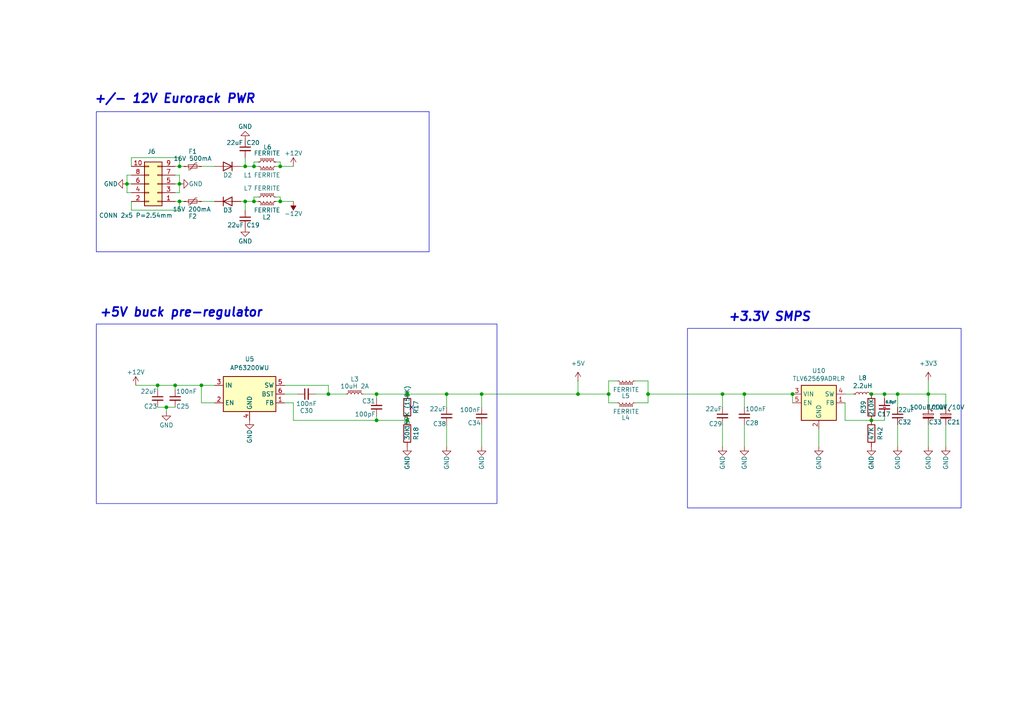
<source format=kicad_sch>
(kicad_sch (version 20250114) (generator "eeschema") (generator_version "9.0")
  (paper "A4")
  (lib_symbols
    (symbol "Connector_Generic:Conn_02x05_Odd_Even" (pin_names (offset 1.016) (hide yes))
      (property "Reference" "J" (at 1.27 7.62 0))
      (property "Value" "Conn_02x05_Odd_Even" (at 1.27 -7.62 0))
      (symbol "Conn_02x05_Odd_Even_1_1"
        (rectangle (start -1.27 6.35) (end 3.81 -6.35) (stroke (width 0.254)) (fill (type background)))
        (rectangle (start -1.27 5.207) (end 0 4.953) (stroke (width 0.1524)))
        (rectangle (start -1.27 2.667) (end 0 2.413) (stroke (width 0.1524)))
        (rectangle (start -1.27 0.127) (end 0 -0.127) (stroke (width 0.1524)))
        (rectangle (start -1.27 -2.413) (end 0 -2.667) (stroke (width 0.1524)))
        (rectangle (start -1.27 -4.953) (end 0 -5.207) (stroke (width 0.1524)))
        (rectangle (start 3.81 5.207) (end 2.54 4.953) (stroke (width 0.1524)))
        (rectangle (start 3.81 2.667) (end 2.54 2.413) (stroke (width 0.1524)))
        (rectangle (start 3.81 0.127) (end 2.54 -0.127) (stroke (width 0.1524)))
        (rectangle (start 3.81 -2.413) (end 2.54 -2.667) (stroke (width 0.1524)))
        (rectangle (start 3.81 -4.953) (end 2.54 -5.207) (stroke (width 0.1524)))
        (pin passive line (at -5.08 5.08 0) (length 3.81) (name "Pin_1") (number "1"))
        (pin passive line (at -5.08 2.54 0) (length 3.81) (name "Pin_3") (number "3"))
        (pin passive line (at -5.08 0 0) (length 3.81) (name "Pin_5") (number "5"))
        (pin passive line (at -5.08 -2.54 0) (length 3.81) (name "Pin_7") (number "7"))
        (pin passive line (at -5.08 -5.08 0) (length 3.81) (name "Pin_9") (number "9"))
        (pin passive line (at 7.62 5.08 180) (length 3.81) (name "Pin_2") (number "2"))
        (pin passive line (at 7.62 2.54 180) (length 3.81) (name "Pin_4") (number "4"))
        (pin passive line (at 7.62 0 180) (length 3.81) (name "Pin_6") (number "6"))
        (pin passive line (at 7.62 -2.54 180) (length 3.81) (name "Pin_8") (number "8"))
        (pin passive line (at 7.62 -5.08 180) (length 3.81) (name "Pin_10") (number "10"))
      )
    )
    (symbol "Device:C_Polarized_Small" (pin_numbers (hide yes)) (pin_names (offset 0.254) (hide yes))
      (property "Reference" "C" (at 0.254 1.778 0))
      (property "Value" "C_Polarized_Small" (at 0.254 -2.032 0))
      (symbol "C_Polarized_Small_0_1"
        (rectangle (start -1.524 0.6858) (end 1.524 0.3048))
        (rectangle (start -1.524 -0.3048) (end 1.524 -0.6858) (fill (type outline)))
        (polyline (pts (xy -1.27 1.524) (xy -0.762 1.524)))
        (polyline (pts (xy -1.016 1.27) (xy -1.016 1.778)))
      )
      (symbol "C_Polarized_Small_1_1"
        (pin passive line (at 0 2.54 270) (length 1.8542) (name "~") (number "1"))
        (pin passive line (at 0 -2.54 90) (length 1.8542) (name "~") (number "2"))
      )
    )
    (symbol "Device:C_Small" (pin_numbers (hide yes)) (pin_names (offset 0.254) (hide yes))
      (property "Reference" "C" (at 0.254 1.778 0))
      (property "Value" "C_Small" (at 0.254 -2.032 0))
      (symbol "C_Small_0_1"
        (polyline (pts (xy -1.524 0.508) (xy 1.524 0.508)) (stroke (width 0.3048)))
        (polyline (pts (xy -1.524 -0.508) (xy 1.524 -0.508)) (stroke (width 0.3302)))
      )
      (symbol "C_Small_1_1"
        (pin passive line (at 0 2.54 270) (length 2.032) (name "~") (number "1"))
        (pin passive line (at 0 -2.54 90) (length 2.032) (name "~") (number "2"))
      )
    )
    (symbol "Device:L_Ferrite_Small" (pin_numbers (hide yes)) (pin_names (offset 0.254) (hide yes))
      (property "Reference" "L" (at 1.27 1.016 0))
      (property "Value" "L_Ferrite_Small" (at 1.27 -1.27 0))
      (symbol "L_Ferrite_Small_0_1"
        (arc (start 0 2.032) (mid 0.5058 1.524) (end 0 1.016))
        (arc (start 0 1.016) (mid 0.5058 0.508) (end 0 0))
        (arc (start 0 0) (mid 0.5058 -0.508) (end 0 -1.016))
        (arc (start 0 -1.016) (mid 0.5058 -1.524) (end 0 -2.032))
        (polyline (pts (xy 0.762 1.651) (xy 0.762 1.905)))
        (polyline (pts (xy 0.762 1.143) (xy 0.762 1.397)))
        (polyline (pts (xy 0.762 0.635) (xy 0.762 0.889)))
        (polyline (pts (xy 0.762 0.127) (xy 0.762 0.381)))
        (polyline (pts (xy 0.762 -0.381) (xy 0.762 -0.127)))
        (polyline (pts (xy 0.762 -0.889) (xy 0.762 -0.635)))
        (polyline (pts (xy 0.762 -1.397) (xy 0.762 -1.143)))
        (polyline (pts (xy 0.762 -1.905) (xy 0.762 -1.651)))
        (polyline (pts (xy 1.016 1.905) (xy 1.016 1.651)))
        (polyline (pts (xy 1.016 1.397) (xy 1.016 1.143)))
        (polyline (pts (xy 1.016 0.889) (xy 1.016 0.635)))
        (polyline (pts (xy 1.016 0.381) (xy 1.016 0.127)))
        (polyline (pts (xy 1.016 -0.127) (xy 1.016 -0.381)))
        (polyline (pts (xy 1.016 -0.635) (xy 1.016 -0.889)))
        (polyline (pts (xy 1.016 -1.143) (xy 1.016 -1.397)))
        (polyline (pts (xy 1.016 -1.651) (xy 1.016 -1.905)))
      )
      (symbol "L_Ferrite_Small_1_1"
        (pin passive line (at 0 2.54 270) (length 0.508) (name "~") (number "1"))
        (pin passive line (at 0 -2.54 90) (length 0.508) (name "~") (number "2"))
      )
    )
    (symbol "Device:L_Small" (pin_numbers (hide yes)) (pin_names (offset 0.254) (hide yes))
      (property "Reference" "L" (at 0.762 1.016 0))
      (property "Value" "L_Small" (at 0.762 -1.016 0))
      (symbol "L_Small_0_1"
        (arc (start 0 2.032) (mid 0.5058 1.524) (end 0 1.016))
        (arc (start 0 1.016) (mid 0.5058 0.508) (end 0 0))
        (arc (start 0 0) (mid 0.5058 -0.508) (end 0 -1.016))
        (arc (start 0 -1.016) (mid 0.5058 -1.524) (end 0 -2.032))
      )
      (symbol "L_Small_1_1"
        (pin passive line (at 0 2.54 270) (length 0.508) (name "~") (number "1"))
        (pin passive line (at 0 -2.54 90) (length 0.508) (name "~") (number "2"))
      )
    )
    (symbol "Device:Polyfuse_Small" (pin_numbers (hide yes)) (pin_names (offset 0))
      (property "Reference" "F" (at -1.905 0 90))
      (property "Value" "Polyfuse_Small" (at 1.905 0 90))
      (symbol "Polyfuse_Small_0_1"
        (polyline (pts (xy -1.016 1.27) (xy -1.016 0.762) (xy 1.016 -0.762) (xy 1.016 -1.27)))
        (rectangle (start -0.508 1.27) (end 0.508 -1.27))
        (polyline (pts (xy 0 2.54) (xy 0 -2.54)))
      )
      (symbol "Polyfuse_Small_1_1"
        (pin passive line (at 0 2.54 270) (length 0.635) (name "~") (number "1"))
        (pin passive line (at 0 -2.54 90) (length 0.635) (name "~") (number "2"))
      )
    )
    (symbol "Device:R" (pin_numbers (hide yes)) (pin_names (offset 0))
      (property "Reference" "R" (at 2.032 0 90))
      (property "Value" "R" (at 0 0 90))
      (symbol "R_0_1"
        (rectangle (start -1.016 -2.54) (end 1.016 2.54) (stroke (width 0.254)))
      )
      (symbol "R_1_1"
        (pin passive line (at 0 3.81 270) (length 1.27) (name "~") (number "1"))
        (pin passive line (at 0 -3.81 90) (length 1.27) (name "~") (number "2"))
      )
    )
    (symbol "Diode:US1G" (pin_numbers (hide yes)) (pin_names (offset 1.016) (hide yes))
      (property "Reference" "D" (at 0 2.54 0))
      (property "Value" "US1G" (at 0 -2.54 0))
      (symbol "US1G_0_1"
        (polyline (pts (xy -1.27 1.27) (xy -1.27 -1.27)) (stroke (width 0.254)))
        (polyline (pts (xy 1.27 1.27) (xy 1.27 -1.27) (xy -1.27 0) (xy 1.27 1.27)) (stroke (width 0.254)))
        (polyline (pts (xy 1.27 0) (xy -1.27 0)))
      )
      (symbol "US1G_1_1"
        (pin passive line (at -3.81 0 0) (length 2.54) (name "K") (number "1"))
        (pin passive line (at 3.81 0 180) (length 2.54) (name "A") (number "2"))
      )
    )
    (symbol "OLIMEX_RCL:C" (pin_numbers (hide yes)) (pin_names (offset 0.254) (hide yes))
      (property "Reference" "C" (at 0.254 1.778 0))
      (property "Value" "C" (at 0.254 -2.032 0))
      (symbol "C_0_1"
        (polyline (pts (xy -1.524 0.508) (xy 1.524 0.508)) (stroke (width 0.3048)))
        (polyline (pts (xy -1.524 -0.508) (xy 1.524 -0.508)) (stroke (width 0.3302)))
      )
      (symbol "C_1_1"
        (pin passive line (at 0 2.54 270) (length 1.905) (name "~") (number "1"))
        (pin passive line (at 0 -2.54 90) (length 2.032) (name "~") (number "2"))
      )
    )
    (symbol "Regulator_Switching:AP63200WU"
      (property "Reference" "U" (at -7.62 6.35 0))
      (property "Value" "AP63200WU" (at 2.54 6.35 0))
      (symbol "AP63200WU_0_1"
        (rectangle (start -7.62 5.08) (end 7.62 -5.08) (stroke (width 0.254)) (fill (type background)))
      )
      (symbol "AP63200WU_1_1"
        (pin power_in line (at -10.16 2.54 0) (length 2.54) (name "IN") (number "3"))
        (pin input line (at -10.16 -2.54 0) (length 2.54) (name "EN") (number "2"))
        (pin power_in line (at 0 -7.62 90) (length 2.54) (name "GND") (number "4"))
        (pin output line (at 10.16 2.54 180) (length 2.54) (name "SW") (number "5"))
        (pin passive line (at 10.16 0 180) (length 2.54) (name "BST") (number "6"))
        (pin input line (at 10.16 -2.54 180) (length 2.54) (name "FB") (number "1"))
      )
    )
    (symbol "Regulator_Switching:TLV62569DRL"
      (property "Reference" "U" (at -5.08 6.35 0))
      (property "Value" "TLV62569DRL" (at 0 6.35 0))
      (symbol "TLV62569DRL_0_1"
        (rectangle (start -5.08 5.08) (end 5.08 -5.08) (stroke (width 0.254)) (fill (type background)))
      )
      (symbol "TLV62569DRL_1_1"
        (pin power_in line (at -7.62 2.54 0) (length 2.54) (name "VIN") (number "3"))
        (pin input line (at -7.62 0 0) (length 2.54) (name "EN") (number "5"))
        (pin power_in line (at 0 -7.62 90) (length 2.54) (name "GND") (number "2"))
        (pin no_connect line (at 5.08 -2.54 180) (length 2.54) (hide yes) (name "NC") (number "6"))
        (pin power_out line (at 7.62 2.54 180) (length 2.54) (name "SW") (number "4"))
        (pin input line (at 7.62 0 180) (length 2.54) (name "FB") (number "1"))
      )
    )
    (symbol "power:+12V" (power) (pin_names (offset 0))
      (property "Value" "+12V" (at 0 3.556 0))
      (symbol "+12V_0_1"
        (polyline (pts (xy -0.762 1.27) (xy 0 2.54)))
        (polyline (pts (xy 0 2.54) (xy 0.762 1.27)))
        (polyline (pts (xy 0 0) (xy 0 2.54)))
      )
      (symbol "+12V_1_1"
        (pin power_in line (at 0 0 90) (length 0) (hide yes) (name "+12V") (number "1"))
      )
    )
    (symbol "power:+3V3" (power) (pin_names (offset 0))
      (property "Value" "+3V3" (at 0 3.556 0))
      (symbol "+3V3_0_1"
        (polyline (pts (xy -0.762 1.27) (xy 0 2.54)))
        (polyline (pts (xy 0 2.54) (xy 0.762 1.27)))
        (polyline (pts (xy 0 0) (xy 0 2.54)))
      )
      (symbol "+3V3_1_1"
        (pin power_in line (at 0 0 90) (length 0) (hide yes) (name "+3V3") (number "1"))
      )
    )
    (symbol "power:+5V" (power) (pin_numbers (hide yes)) (pin_names (offset 0) (hide yes))
      (property "Value" "+5V" (at 0 3.556 0))
      (symbol "+5V_0_1"
        (polyline (pts (xy -0.762 1.27) (xy 0 2.54)))
        (polyline (pts (xy 0 2.54) (xy 0.762 1.27)))
        (polyline (pts (xy 0 0) (xy 0 2.54)))
      )
      (symbol "+5V_1_1"
        (pin power_in line (at 0 0 90) (length 0) (name "~") (number "1"))
      )
    )
    (symbol "power:-12V" (power) (pin_names (offset 0))
      (property "Value" "-12V" (at 0 3.81 0))
      (symbol "-12V_0_0"
        (pin power_in line (at 0 0 90) (length 0) (hide yes) (name "-12V") (number "1"))
      )
      (symbol "-12V_0_1"
        (polyline (pts (xy 0 0) (xy 0 1.27) (xy 0.762 1.27) (xy 0 2.54) (xy -0.762 1.27) (xy 0 1.27)) (fill (type outline)))
      )
    )
    (symbol "power:GND" (power) (pin_names (offset 0))
      (property "Value" "GND" (at 0 -3.81 0))
      (symbol "GND_0_1"
        (polyline (pts (xy 0 0) (xy 0 -1.27) (xy 1.27 -1.27) (xy 0 -2.54) (xy -1.27 -1.27) (xy 0 -1.27)))
      )
      (symbol "GND_1_1"
        (pin power_in line (at 0 0 270) (length 0) (hide yes) (name "GND") (number "1"))
      )
    )
  )
  (rectangle (start 27.94 93.98) (end 144.145 146.05))
  (rectangle (start 199.39 95.25) (end 278.765 147.32))
  (text "+3.3V SMPS" (at 211.074 93.472 0) (effects (font (size 2.54 2.54) (thickness 0.508) (bold yes) (italic yes)) (justify left bottom)))
  (text "+5V buck pre-regulator" (at 28.702 92.202 0) (effects (font (size 2.54 2.54) (thickness 0.508) (bold yes) (italic yes)) (justify left bottom)))
  (text "+/- 12V Eurorack PWR" (at 27.178 30.226 0) (effects (font (size 2.54 2.54) (thickness 0.508) (bold yes) (italic yes)) (justify left bottom)))
  (junction (at 73.66 48.26))
  (junction (at 269.24 114.3))
  (junction (at 58.42 111.76))
  (junction (at 109.22 121.92))
  (junction (at 71.12 58.42))
  (junction (at 81.28 58.42))
  (junction (at 52.07 58.42))
  (junction (at 95.25 114.3))
  (junction (at 139.7 114.3))
  (junction (at 36.83 53.34))
  (junction (at 252.73 114.3))
  (junction (at 176.53 114.3))
  (junction (at 260.35 114.3))
  (junction (at 129.54 114.3))
  (junction (at 256.54 114.3))
  (junction (at 167.64 114.3))
  (junction (at 109.22 114.3))
  (junction (at 45.72 111.76))
  (junction (at 209.55 114.3))
  (junction (at 118.11 121.92))
  (junction (at 215.9 114.3))
  (junction (at 118.11 114.3))
  (junction (at 229.87 114.3))
  (junction (at 52.07 48.26))
  (junction (at 73.66 58.42))
  (junction (at 48.26 118.11))
  (junction (at 71.12 48.26))
  (junction (at 187.96 114.3))
  (junction (at 252.73 121.92))
  (junction (at 50.8 111.76))
  (junction (at 81.28 48.26))
  (junction (at 52.07 53.34))
  (no_connect (at 119.38 118.11))
  (wire (pts (xy 39.37 111.76) (xy 45.72 111.76)))
  (wire (pts (xy 62.23 116.84) (xy 58.42 116.84)))
  (wire (pts (xy 58.42 48.26) (xy 62.23 48.26)))
  (wire (pts (xy 52.07 50.8) (xy 52.07 53.34)))
  (wire (pts (xy 187.96 114.3) (xy 187.96 116.84)))
  (wire (pts (xy 256.54 120.65) (xy 256.54 121.92)))
  (wire (pts (xy 105.41 114.3) (xy 109.22 114.3)))
  (wire (pts (xy 69.85 58.42) (xy 71.12 58.42)))
  (wire (pts (xy 58.42 111.76) (xy 62.23 111.76)))
  (wire (pts (xy 45.72 118.11) (xy 48.26 118.11)))
  (wire (pts (xy 269.24 123.19) (xy 269.24 129.54)))
  (wire (pts (xy 71.12 58.42) (xy 71.12 60.96)))
  (wire (pts (xy 256.54 114.3) (xy 256.54 115.57)))
  (wire (pts (xy 81.28 58.42) (xy 85.09 58.42)))
  (wire (pts (xy 176.53 116.84) (xy 179.07 116.84)))
  (wire (pts (xy 109.22 121.92) (xy 109.22 120.65)))
  (wire (pts (xy 82.55 114.3) (xy 86.36 114.3)))
  (polyline (pts (xy 27.94 73.025) (xy 27.94 32.385)))
  (wire (pts (xy 256.54 114.3) (xy 260.35 114.3)))
  (wire (pts (xy 73.66 58.42) (xy 73.66 57.15)))
  (wire (pts (xy 187.96 110.49) (xy 184.15 110.49)))
  (wire (pts (xy 50.8 50.8) (xy 52.07 50.8)))
  (wire (pts (xy 269.24 118.11) (xy 269.24 114.3)))
  (wire (pts (xy 80.01 58.42) (xy 81.28 58.42)))
  (wire (pts (xy 209.55 114.3) (xy 215.9 114.3)))
  (wire (pts (xy 73.66 48.26) (xy 73.66 46.99)))
  (wire (pts (xy 71.12 48.26) (xy 73.66 48.26)))
  (wire (pts (xy 229.87 114.3) (xy 229.87 116.84)))
  (wire (pts (xy 48.26 119.38) (xy 48.26 118.11)))
  (wire (pts (xy 129.54 118.11) (xy 129.54 114.3)))
  (wire (pts (xy 80.01 57.15) (xy 81.28 57.15)))
  (wire (pts (xy 209.55 118.11) (xy 209.55 114.3)))
  (wire (pts (xy 50.8 113.03) (xy 50.8 111.76)))
  (wire (pts (xy 91.44 114.3) (xy 95.25 114.3)))
  (wire (pts (xy 52.07 48.26) (xy 53.34 48.26)))
  (wire (pts (xy 256.54 121.92) (xy 252.73 121.92)))
  (wire (pts (xy 82.55 111.76) (xy 95.25 111.76)))
  (wire (pts (xy 52.07 53.34) (xy 52.07 55.88)))
  (wire (pts (xy 129.54 123.19) (xy 129.54 129.54)))
  (wire (pts (xy 52.07 58.42) (xy 52.07 60.96)))
  (wire (pts (xy 58.42 58.42) (xy 62.23 58.42)))
  (wire (pts (xy 81.28 57.15) (xy 81.28 58.42)))
  (wire (pts (xy 184.15 116.84) (xy 187.96 116.84)))
  (wire (pts (xy 45.72 111.76) (xy 50.8 111.76)))
  (wire (pts (xy 109.22 114.3) (xy 118.11 114.3)))
  (wire (pts (xy 80.01 48.26) (xy 81.28 48.26)))
  (wire (pts (xy 38.1 60.96) (xy 38.1 58.42)))
  (wire (pts (xy 237.49 124.46) (xy 237.49 129.54)))
  (wire (pts (xy 274.32 118.11) (xy 274.32 114.3)))
  (wire (pts (xy 50.8 111.76) (xy 58.42 111.76)))
  (wire (pts (xy 209.55 123.19) (xy 209.55 129.54)))
  (wire (pts (xy 85.09 116.84) (xy 82.55 116.84)))
  (wire (pts (xy 274.32 123.19) (xy 274.32 129.54)))
  (wire (pts (xy 95.25 114.3) (xy 100.33 114.3)))
  (polyline (pts (xy 30.48 32.385) (xy 124.46 32.385)))
  (wire (pts (xy 81.28 46.99) (xy 81.28 48.26)))
  (polyline (pts (xy 124.46 32.385) (xy 124.46 73.025)))
  (wire (pts (xy 215.9 114.3) (xy 229.87 114.3)))
  (wire (pts (xy 139.7 114.3) (xy 167.64 114.3)))
  (wire (pts (xy 58.42 116.84) (xy 58.42 111.76)))
  (wire (pts (xy 85.09 121.92) (xy 85.09 116.84)))
  (wire (pts (xy 274.32 114.3) (xy 269.24 114.3)))
  (wire (pts (xy 139.7 123.19) (xy 139.7 129.54)))
  (polyline (pts (xy 124.46 73.025) (xy 27.94 73.025)))
  (wire (pts (xy 36.83 50.8) (xy 38.1 50.8)))
  (wire (pts (xy 73.66 58.42) (xy 74.93 58.42)))
  (wire (pts (xy 50.8 55.88) (xy 52.07 55.88)))
  (wire (pts (xy 73.66 48.26) (xy 74.93 48.26)))
  (wire (pts (xy 50.8 58.42) (xy 52.07 58.42)))
  (wire (pts (xy 50.8 48.26) (xy 52.07 48.26)))
  (wire (pts (xy 71.12 58.42) (xy 73.66 58.42)))
  (wire (pts (xy 176.53 110.49) (xy 179.07 110.49)))
  (wire (pts (xy 176.53 114.3) (xy 176.53 116.84)))
  (wire (pts (xy 118.11 121.92) (xy 109.22 121.92)))
  (wire (pts (xy 69.85 48.26) (xy 71.12 48.26)))
  (wire (pts (xy 269.24 110.49) (xy 269.24 114.3)))
  (wire (pts (xy 52.07 48.26) (xy 52.07 45.72)))
  (wire (pts (xy 38.1 45.72) (xy 38.1 48.26)))
  (wire (pts (xy 215.9 123.19) (xy 215.9 129.54)))
  (wire (pts (xy 36.83 55.88) (xy 36.83 53.34)))
  (wire (pts (xy 260.35 123.19) (xy 260.35 129.54)))
  (polyline (pts (xy 27.94 32.385) (xy 30.48 32.385)))
  (wire (pts (xy 95.25 114.3) (xy 95.25 111.76)))
  (wire (pts (xy 167.64 110.49) (xy 167.64 114.3)))
  (wire (pts (xy 245.11 116.84) (xy 245.11 121.92)))
  (wire (pts (xy 73.66 46.99) (xy 74.93 46.99)))
  (wire (pts (xy 52.07 60.96) (xy 38.1 60.96)))
  (wire (pts (xy 139.7 118.11) (xy 139.7 114.3)))
  (wire (pts (xy 245.11 121.92) (xy 252.73 121.92)))
  (wire (pts (xy 247.65 114.3) (xy 245.11 114.3)))
  (wire (pts (xy 36.83 53.34) (xy 38.1 53.34)))
  (wire (pts (xy 81.28 48.26) (xy 85.09 48.26)))
  (wire (pts (xy 36.83 53.34) (xy 36.83 50.8)))
  (wire (pts (xy 45.72 113.03) (xy 45.72 111.76)))
  (wire (pts (xy 176.53 114.3) (xy 176.53 110.49)))
  (wire (pts (xy 80.01 46.99) (xy 81.28 46.99)))
  (wire (pts (xy 52.07 45.72) (xy 38.1 45.72)))
  (wire (pts (xy 38.1 55.88) (xy 36.83 55.88)))
  (wire (pts (xy 73.66 57.15) (xy 74.93 57.15)))
  (wire (pts (xy 187.96 114.3) (xy 209.55 114.3)))
  (wire (pts (xy 269.24 114.3) (xy 260.35 114.3)))
  (wire (pts (xy 252.73 114.3) (xy 256.54 114.3)))
  (wire (pts (xy 109.22 121.92) (xy 85.09 121.92)))
  (wire (pts (xy 215.9 118.11) (xy 215.9 114.3)))
  (wire (pts (xy 187.96 110.49) (xy 187.96 114.3)))
  (wire (pts (xy 118.11 114.3) (xy 129.54 114.3)))
  (wire (pts (xy 71.12 45.72) (xy 71.12 48.26)))
  (wire (pts (xy 260.35 118.11) (xy 260.35 114.3)))
  (wire (pts (xy 48.26 118.11) (xy 50.8 118.11)))
  (wire (pts (xy 52.07 58.42) (xy 53.34 58.42)))
  (wire (pts (xy 109.22 114.3) (xy 109.22 115.57)))
  (wire (pts (xy 129.54 114.3) (xy 139.7 114.3)))
  (wire (pts (xy 167.64 114.3) (xy 176.53 114.3)))
  (wire (pts (xy 50.8 53.34) (xy 52.07 53.34)))
  (symbol (lib_id "power:GND") (at 274.32 129.54 0) (mirror y) (unit 1)
    (property "Reference" "#PWR012" (effects (hide yes)))
    (property "Value" "GND" (at 274.32 136.271 90) (effects (justify left)))
  )
  (symbol (lib_id "Device:L_Ferrite_Small") (at 77.47 57.15 90) (unit 1)
    (property "Reference" "L7" (at 71.882 54.61 90))
    (property "Value" "FERRITE" (at 77.47 54.61 90))
    (property "Footprint" "Inductor_SMD:L_0603_1608Metric" (effects (hide yes)))
    (property "Datasheet" "https://datasheet.lcsc.com/lcsc/1810311132_Murata-Electronics-BLM18PG121SN1D_C14709.pdf" (effects (hide yes)))
    (property "mfg#" "BLM18PG121SN1D" (effects (hide yes)))
    (property "lcsc#" "C14709" (effects (hide yes)))
    (property "LCSC" "C14709" (effects (hide yes)))
  )
  (symbol (lib_id "power:+12V") (at 39.37 111.76 0) (unit 1)
    (property "Reference" "#PWR044" (effects (hide yes)))
    (property "Value" "+12V" (at 36.703 107.95 0) (effects (justify left)))
  )
  (symbol (lib_id "Device:C_Small") (at 129.54 120.65 0) (mirror y) (unit 1)
    (property "Reference" "C38" (at 127.508 122.936 0))
    (property "Value" "22uF" (at 127 118.618 0))
    (property "Footprint" "Capacitor_SMD:C_1206_3216Metric" (effects (hide yes)))
    (property "Description" "Unpolarized capacitor, small symbol" (effects (hide yes)))
    (property "mfg#" " CL31A226KAHNNNE" (effects (hide yes)))
    (property "lcsc#" "C12891" (effects (hide yes)))
    (property "LCSC" "C12891" (effects (hide yes)))
  )
  (symbol (lib_id "Device:L_Ferrite_Small") (at 102.87 114.3 90) (unit 1)
    (property "Reference" "L3" (at 102.87 109.982 90))
    (property "Value" "10uH 2A" (at 102.87 112.014 90))
    (property "Footprint" "Inductor_SMD:L_Vishay_IHLP-2020" (effects (hide yes)))
    (property "Description" "Inductor with ferrite core, small symbol" (effects (hide yes)))
    (property "lcsc#" "C844996" (effects (hide yes)))
    (property "LCSC" "C844996" (effects (hide yes)))
  )
  (symbol (lib_id "Device:L_Ferrite_Small") (at 181.61 116.84 270) (unit 1)
    (property "Reference" "L4" (at 181.483 121.158 90))
    (property "Value" "FERRITE" (at 181.61 119.38 90))
    (property "Footprint" "Inductor_SMD:L_0603_1608Metric" (effects (hide yes)))
    (property "Datasheet" "https://datasheet.lcsc.com/lcsc/1810311132_Murata-Electronics-BLM18PG121SN1D_C14709.pdf" (effects (hide yes)))
    (property "mfg#" "BLM18PG121SN1D" (effects (hide yes)))
    (property "lcsc#" "C14709" (effects (hide yes)))
    (property "LCSC" "C14709" (effects (hide yes)))
  )
  (symbol (lib_id "power:GND") (at 237.49 129.54 0) (mirror y) (unit 1)
    (property "Reference" "#PWR040" (effects (hide yes)))
    (property "Value" "GND" (at 237.49 136.271 90) (effects (justify left)))
  )
  (symbol (lib_id "Device:C_Small") (at 50.8 115.57 0) (unit 1)
    (property "Reference" "C25" (at 51.054 117.856 0) (effects (justify left)))
    (property "Value" "100nF" (at 51.054 113.538 0) (effects (justify left)))
    (property "Footprint" "Capacitor_SMD:C_0402_1005Metric" (effects (hide yes)))
    (property "Datasheet" "https://datasheet.lcsc.com/lcsc/1912111437_TDK-C1608X7R1E104KT000N_C338036.pdf" (effects (hide yes)))
    (property "lcsc#" "C131394" (effects (hide yes)))
    (property "LCSC" "C307331" (effects (hide yes)))
  )
  (symbol (lib_id "Device:C_Small") (at 209.55 120.65 0) (mirror y) (unit 1)
    (property "Reference" "C29" (at 207.518 122.936 0))
    (property "Value" "22uF" (at 207.01 118.618 0))
    (property "Footprint" "Capacitor_SMD:C_1206_3216Metric" (effects (hide yes)))
    (property "Description" "Unpolarized capacitor, small symbol" (effects (hide yes)))
    (property "mfg#" " CL31A226KAHNNNE" (effects (hide yes)))
    (property "lcsc#" "C12891" (effects (hide yes)))
    (property "LCSC" "C12891" (effects (hide yes)))
  )
  (symbol (lib_id "Device:C_Polarized_Small") (at 274.32 120.65 0) (mirror y) (unit 1)
    (property "Reference" "C21" (at 276.606 122.428 0))
    (property "Value" "100uF/10V" (at 274.32 118.11 0))
    (property "Footprint" "Capacitor_SMD:CP_Elec_6.3x5.4" (effects (hide yes)))
    (property "Datasheet" "https://datasheet.lcsc.com/lcsc/1809050343_Rubycon-25SEV47M6-3X5-5_C88735.pdf" (effects (hide yes)))
    (property "mfg#" "25SEV47M6.3X5.5" (effects (hide yes)))
    (property "lcsc#" "C88795" (effects (hide yes)))
    (property "LCSC" "C88795" (effects (hide yes)))
  )
  (symbol (lib_id "Diode:US1G") (at 66.04 58.42 0) (unit 1)
    (property "Reference" "D3" (at 66.04 60.96 0))
    (property "Value" "1N4007FL" (effects (hide yes)))
    (property "Footprint" "Diode_SMD:D_SOD-123F" (effects (hide yes)))
    (property "Datasheet" "https://www.diodes.com/assets/Datasheets/ds16008.pdf" (effects (hide yes)))
    (property "dig#" "1655-1N4007FLCT-ND" (effects (hide yes)))
    (property "mfg#" "1N4007FL" (effects (hide yes)))
    (property "lcsc#" "C493190" (effects (hide yes)))
    (property "LCSC" "C493190" (effects (hide yes)))
  )
  (symbol (lib_id "power:-12V") (at 85.09 58.42 180) (unit 1)
    (property "Reference" "#PWR033" (effects (hide yes)))
    (property "Value" "-12V" (at 87.757 61.976 0) (effects (justify left)))
  )
  (symbol (lib_id "Device:R") (at 118.11 125.73 0) (mirror x) (unit 1)
    (property "Reference" "R18" (at 120.65 125.73 90))
    (property "Value" "30K" (at 118.11 125.73 90))
    (property "Footprint" "Resistor_SMD:R_0402_1005Metric" (effects (hide yes)))
    (property "lcsc#" "C25776" (effects (hide yes)))
    (property "LCSC" "C25776" (effects (hide yes)))
  )
  (symbol (lib_id "Diode:US1G") (at 66.04 48.26 180) (unit 1)
    (property "Reference" "D2" (at 66.04 50.8 0))
    (property "Value" "1N4007FL" (effects (hide yes)))
    (property "Footprint" "Diode_SMD:D_SOD-123F" (effects (hide yes)))
    (property "Datasheet" "https://www.diodes.com/assets/Datasheets/ds16008.pdf" (effects (hide yes)))
    (property "dig#" "1655-1N4007FLCT-ND" (effects (hide yes)))
    (property "mfg#" "1N4007FL" (effects (hide yes)))
    (property "lcsc#" "C493190" (effects (hide yes)))
    (property "LCSC" "C493190" (effects (hide yes)))
  )
  (symbol (lib_id "power:GND") (at 139.7 129.54 0) (mirror y) (unit 1)
    (property "Reference" "#PWR050" (effects (hide yes)))
    (property "Value" "GND" (at 139.7 136.271 90) (effects (justify left)))
  )
  (symbol (lib_id "Device:C_Small") (at 260.35 120.65 0) (mirror y) (unit 1)
    (property "Reference" "C32" (at 262.382 122.428 0))
    (property "Value" "22uF" (at 262.89 118.872 0))
    (property "Footprint" "Capacitor_SMD:C_1206_3216Metric" (effects (hide yes)))
    (property "Description" "Unpolarized capacitor, small symbol" (effects (hide yes)))
    (property "mfg#" " CL31A226KAHNNNE" (effects (hide yes)))
    (property "lcsc#" "C12891" (effects (hide yes)))
    (property "LCSC" "C12891" (effects (hide yes)))
  )
  (symbol (lib_id "Device:C_Small") (at 215.9 120.65 0) (unit 1)
    (property "Reference" "C28" (at 216.154 122.682 0) (effects (justify left)))
    (property "Value" "100nF" (at 216.154 118.618 0) (effects (justify left)))
    (property "Footprint" "Capacitor_SMD:C_0402_1005Metric" (effects (hide yes)))
    (property "Datasheet" "https://datasheet.lcsc.com/lcsc/1912111437_TDK-C1608X7R1E104KT000N_C338036.pdf" (effects (hide yes)))
    (property "lcsc#" "C131394" (effects (hide yes)))
    (property "LCSC" "C307331" (effects (hide yes)))
  )
  (symbol (lib_id "Device:L_Ferrite_Small") (at 77.47 46.99 90) (unit 1)
    (property "Reference" "L6" (at 77.597 42.672 90))
    (property "Value" "FERRITE" (at 77.47 44.45 90))
    (property "Footprint" "Inductor_SMD:L_0603_1608Metric" (effects (hide yes)))
    (property "Datasheet" "https://datasheet.lcsc.com/lcsc/1810311132_Murata-Electronics-BLM18PG121SN1D_C14709.pdf" (effects (hide yes)))
    (property "mfg#" "BLM18PG121SN1D" (effects (hide yes)))
    (property "lcsc#" "C14709" (effects (hide yes)))
    (property "LCSC" "C14709" (effects (hide yes)))
  )
  (symbol (lib_id "Device:L_Ferrite_Small") (at 77.47 58.42 270) (unit 1)
    (property "Reference" "L2" (at 77.343 62.992 90))
    (property "Value" "FERRITE" (at 77.47 60.96 90))
    (property "Footprint" "Inductor_SMD:L_0603_1608Metric" (effects (hide yes)))
    (property "Datasheet" "https://datasheet.lcsc.com/lcsc/1810311132_Murata-Electronics-BLM18PG121SN1D_C14709.pdf" (effects (hide yes)))
    (property "mfg#" "BLM18PG121SN1D" (effects (hide yes)))
    (property "lcsc#" "C14709" (effects (hide yes)))
    (property "LCSC" "C14709" (effects (hide yes)))
  )
  (symbol (lib_id "Device:C_Small") (at 139.7 120.65 0) (unit 1)
    (property "Reference" "C34" (at 135.636 122.682 0) (effects (justify left)))
    (property "Value" "100nF" (at 133.35 118.872 0) (effects (justify left)))
    (property "Footprint" "Capacitor_SMD:C_0603_1608Metric" (effects (hide yes)))
    (property "Datasheet" "https://datasheet.lcsc.com/lcsc/1912111437_TDK-C1608X7R1E104KT000N_C338036.pdf" (effects (hide yes)))
    (property "lcsc#" "C14663" (effects (hide yes)))
    (property "mfg#" "C1608X7R1E104KT000N" (effects (hide yes)))
    (property "LCSC" "C14663" (effects (hide yes)))
  )
  (symbol (lib_id "power:GND") (at 209.55 129.54 0) (mirror y) (unit 1)
    (property "Reference" "#PWR039" (effects (hide yes)))
    (property "Value" "GND" (at 209.55 136.271 90) (effects (justify left)))
  )
  (symbol (lib_id "Regulator_Switching:TLV62569DRL") (at 237.49 116.84 0) (unit 1)
    (property "Reference" "U10" (at 237.49 107.5182 0))
    (property "Value" "TLV62569ADRLR" (at 237.49 109.8296 0))
    (property "Footprint" "Package_TO_SOT_SMD:SOT-563" (effects (hide yes)))
    (property "Datasheet" "http://www.ti.com/lit/ds/symlink/tlv62569.pdf" (effects (hide yes)))
    (property "Mfg" "Texas Instruments" (effects (hide yes)))
    (property "PN" "TLV62569DRLR" (effects (hide yes)))
    (property "lcsc#" "C398367" (effects (hide yes)))
  )
  (symbol (lib_id "Device:C_Small") (at 71.12 43.18 0) (mirror y) (unit 1)
    (property "Reference" "C20" (at 73.406 41.402 0))
    (property "Value" "22uF" (at 68.072 41.402 0))
    (property "Footprint" "Capacitor_SMD:C_1206_3216Metric" (effects (hide yes)))
    (property "Description" "Unpolarized capacitor, small symbol" (effects (hide yes)))
    (property "mfg#" " CL31A226KAHNNNE" (effects (hide yes)))
    (property "lcsc#" "C12891" (effects (hide yes)))
    (property "LCSC" "C12891" (effects (hide yes)))
  )
  (symbol (lib_id "power:GND") (at 129.54 129.54 0) (mirror y) (unit 1)
    (property "Reference" "#PWR051" (effects (hide yes)))
    (property "Value" "GND" (at 129.54 136.271 90) (effects (justify left)))
  )
  (symbol (lib_id "OLIMEX_RCL:C") (at 256.54 118.11 0) (mirror y) (unit 1)
    (property "Reference" "C17" (at 258.318 120.142 0) (effects (justify left)))
    (property "Value" "6.8pF" (at 260.096 116.586 0) (effects (font (size 0.762 0.762)) (justify left)))
    (property "Footprint" "Capacitor_SMD:C_0402_1005Metric" (effects (hide yes)))
    (property "Datasheet" "~" (at 256.54 118.11 0) (effects (font (size 1.524 1.524))))
  )
  (symbol (lib_id "Device:L_Ferrite_Small") (at 77.47 48.26 270) (unit 1)
    (property "Reference" "L1" (at 71.882 50.8 90))
    (property "Value" "FERRITE" (at 77.47 50.8 90))
    (property "Footprint" "Inductor_SMD:L_0603_1608Metric" (effects (hide yes)))
    (property "Datasheet" "https://datasheet.lcsc.com/lcsc/1810311132_Murata-Electronics-BLM18PG121SN1D_C14709.pdf" (effects (hide yes)))
    (property "mfg#" "BLM18PG121SN1D" (effects (hide yes)))
    (property "lcsc#" "C14709" (effects (hide yes)))
    (property "LCSC" "C14709" (effects (hide yes)))
  )
  (symbol (lib_id "Device:C_Small") (at 88.9 114.3 90) (unit 1)
    (property "Reference" "C30" (at 88.9 119.126 90))
    (property "Value" "100nF" (at 88.9 117.094 90))
    (property "Footprint" "Capacitor_SMD:C_0402_1005Metric" (effects (hide yes)))
    (property "Datasheet" "https://datasheet.lcsc.com/lcsc/1912111437_TDK-C1608X7R1E104KT000N_C338036.pdf" (effects (hide yes)))
    (property "lcsc#" "C131394" (effects (hide yes)))
    (property "LCSC" "C307331" (effects (hide yes)))
  )
  (symbol (lib_id "power:GND") (at 71.12 40.64 180) (unit 1)
    (property "Reference" "#PWR066" (effects (hide yes)))
    (property "Value" "GND" (at 73.152 36.703 0) (effects (justify left)))
  )
  (symbol (lib_id "Device:C_Small") (at 71.12 63.5 0) (mirror y) (unit 1)
    (property "Reference" "C19" (at 73.406 65.278 0))
    (property "Value" "22uF" (at 68.326 65.278 0))
    (property "Footprint" "Capacitor_SMD:C_1206_3216Metric" (effects (hide yes)))
    (property "Description" "Unpolarized capacitor, small symbol" (effects (hide yes)))
    (property "mfg#" " CL31A226KAHNNNE" (effects (hide yes)))
    (property "lcsc#" "C12891" (effects (hide yes)))
    (property "LCSC" "C12891" (effects (hide yes)))
  )
  (symbol (lib_id "power:GND") (at 118.11 129.54 0) (mirror y) (unit 1)
    (property "Reference" "#PWR046" (effects (hide yes)))
    (property "Value" "GND" (at 118.11 136.271 90) (effects (justify left)))
  )
  (symbol (lib_id "power:GND") (at 52.07 53.34 90) (mirror x) (unit 1)
    (property "Reference" "#PWR031" (effects (hide yes)))
    (property "Value" "GND" (at 58.801 53.34 90) (effects (justify left)))
  )
  (symbol (lib_id "power:GND") (at 72.39 121.92 0) (mirror y) (unit 1)
    (property "Reference" "#PWR045" (effects (hide yes)))
    (property "Value" "GND" (at 72.39 128.651 90) (effects (justify left)))
  )
  (symbol (lib_id "power:GND") (at 48.26 119.38 0) (unit 1)
    (property "Reference" "#PWR037" (effects (hide yes)))
    (property "Value" "GND" (at 46.228 123.317 0) (effects (justify left)))
  )
  (symbol (lib_id "power:+5V") (at 167.64 110.49 0) (unit 1)
    (property "Reference" "#PWR068" (effects (hide yes)))
    (property "Value" "+5V" (at 167.64 105.41 0))
    (property "Description" "Power symbol creates a global label with name \"+5V\"" (effects (hide yes)))
  )
  (symbol (lib_id "power:+12V") (at 85.09 48.26 0) (unit 1)
    (property "Reference" "#PWR032" (effects (hide yes)))
    (property "Value" "+12V" (at 87.757 44.45 0) (effects (justify right)))
  )
  (symbol (lib_id "Connector_Generic:Conn_02x05_Odd_Even") (at 45.72 53.34 180) (unit 1)
    (property "Reference" "J6" (at 43.942 43.942 0))
    (property "Value" "CONN 2x5 P=2.54mm" (at 39.37 62.484 0))
    (property "Footprint" "Connector_PinHeader_2.54mm:PinHeader_2x05_P2.54mm_Horizontal" (effects (hide yes)))
    (property "lcsc#" "C492433" (effects (hide yes)))
    (property "mfg#" "PZ254R-12-10P" (effects (hide yes)))
    (property "LCSC" "C492433" (effects (hide yes)))
  )
  (symbol (lib_id "power:+3V3") (at 269.24 110.49 0) (unit 1)
    (property "Reference" "#PWR049" (effects (hide yes)))
    (property "Value" "+3V3" (at 269.24 105.41 0))
  )
  (symbol (lib_id "Device:R") (at 118.11 118.11 0) (mirror x) (unit 1)
    (property "Reference" "R17" (at 120.65 118.11 90))
    (property "Value" "157K (158K)" (at 118.11 118.11 90))
    (property "Footprint" "Resistor_SMD:R_0402_1005Metric" (effects (hide yes)))
    (property "lcsc#" "C861679" (effects (hide yes)))
    (property "LCSC" "C99856" (effects (hide yes)))
  )
  (symbol (lib_id "Regulator_Switching:AP63200WU") (at 72.39 114.3 0) (unit 1)
    (property "Reference" "U5" (at 72.39 104.14 0))
    (property "Value" "AP63200WU" (at 72.39 106.68 0))
    (property "Footprint" "Package_TO_SOT_SMD:TSOT-23-6" (effects (hide yes)))
    (property "Datasheet" "https://www.diodes.com/assets/Datasheets/AP63200-AP63201-AP63203-AP63205.pdf" (effects (hide yes)))
    (property "Description" "2A, 500kHz Buck DC/DC Converter, adjustable output voltage, TSOT-23-6" (effects (hide yes)))
    (property "lcsc#" "C2071868" (effects (hide yes)))
    (property "LCSC" "C2071868" (effects (hide yes)))
  )
  (symbol (lib_id "Device:R") (at 252.73 125.73 0) (mirror x) (unit 1)
    (property "Reference" "R42" (at 255.27 125.73 90))
    (property "Value" "47K" (at 252.73 125.73 90))
    (property "Footprint" "Resistor_SMD:R_0402_1005Metric" (effects (hide yes)))
  )
  (symbol (lib_id "power:GND") (at 260.35 129.54 0) (mirror y) (unit 1)
    (property "Reference" "#PWR070" (effects (hide yes)))
    (property "Value" "GND" (at 260.35 136.271 90) (effects (justify left)))
  )
  (symbol (lib_id "Device:C_Small") (at 45.72 115.57 0) (mirror y) (unit 1)
    (property "Reference" "C23" (at 43.688 117.856 0))
    (property "Value" "22uF" (at 43.18 113.538 0))
    (property "Footprint" "Capacitor_SMD:C_1206_3216Metric" (effects (hide yes)))
    (property "Description" "Unpolarized capacitor, small symbol" (effects (hide yes)))
    (property "mfg#" " CL31A226KAHNNNE" (effects (hide yes)))
    (property "lcsc#" "C12891" (effects (hide yes)))
    (property "LCSC" "C12891" (effects (hide yes)))
  )
  (symbol (lib_id "Device:Polyfuse_Small") (at 55.88 58.42 90) (unit 1)
    (property "Reference" "F2" (at 55.88 62.738 90))
    (property "Value" "15V 200mA" (at 55.626 60.706 90))
    (property "Footprint" "Fuse:Fuse_0805_2012Metric" (effects (hide yes)))
    (property "Description" "Resettable fuse, polymeric positive temperature coefficient, small symbol" (effects (hide yes)))
    (property "lcsc#" "C883103" (effects (hide yes)))
    (property "LCSC" "C883103" (effects (hide yes)))
  )
  (symbol (lib_id "power:GND") (at 269.24 129.54 0) (mirror y) (unit 1)
    (property "Reference" "#PWR072" (effects (hide yes)))
    (property "Value" "GND" (at 269.24 136.271 90) (effects (justify left)))
  )
  (symbol (lib_id "Device:L_Ferrite_Small") (at 181.61 110.49 270) (unit 1)
    (property "Reference" "L5" (at 181.483 114.808 90))
    (property "Value" "FERRITE" (at 181.61 113.03 90))
    (property "Footprint" "Inductor_SMD:L_0603_1608Metric" (effects (hide yes)))
    (property "Datasheet" "https://datasheet.lcsc.com/lcsc/1810311132_Murata-Electronics-BLM18PG121SN1D_C14709.pdf" (effects (hide yes)))
    (property "mfg#" "BLM18PG121SN1D" (effects (hide yes)))
    (property "lcsc#" "C14709" (effects (hide yes)))
    (property "LCSC" "C14709" (effects (hide yes)))
  )
  (symbol (lib_id "power:GND") (at 36.83 53.34 270) (mirror x) (unit 1)
    (property "Reference" "#PWR030" (effects (hide yes)))
    (property "Value" "GND" (at 30.099 53.34 90) (effects (justify left)))
  )
  (symbol (lib_id "Device:C_Polarized_Small") (at 269.24 120.65 0) (mirror y) (unit 1)
    (property "Reference" "C33" (at 271.272 122.428 0))
    (property "Value" "100uF/10V" (at 269.24 118.11 0))
    (property "Footprint" "Capacitor_SMD:CP_Elec_6.3x5.4" (effects (hide yes)))
    (property "Datasheet" "https://datasheet.lcsc.com/lcsc/1809050343_Rubycon-25SEV47M6-3X5-5_C88735.pdf" (effects (hide yes)))
    (property "mfg#" "25SEV47M6.3X5.5" (effects (hide yes)))
    (property "lcsc#" "C88795" (effects (hide yes)))
    (property "LCSC" "C88795" (effects (hide yes)))
  )
  (symbol (lib_id "power:GND") (at 71.12 66.04 0) (unit 1)
    (property "Reference" "#PWR057" (effects (hide yes)))
    (property "Value" "GND" (at 69.088 69.977 0) (effects (justify left)))
  )
  (symbol (lib_id "Device:C_Small") (at 109.22 118.11 180) (unit 1)
    (property "Reference" "C31" (at 106.934 116.332 0))
    (property "Value" "100pF" (at 105.918 120.142 0))
    (property "Footprint" "Capacitor_SMD:C_0402_1005Metric" (effects (hide yes)))
    (property "Datasheet" "https://datasheet.lcsc.com/lcsc/1912111437_TDK-C1608X7R1E104KT000N_C338036.pdf" (effects (hide yes)))
    (property "lcsc#" "C77177" (effects (hide yes)))
    (property "LCSC" "C77177" (effects (hide yes)))
  )
  (symbol (lib_id "Device:R") (at 252.73 118.11 0) (mirror x) (unit 1)
    (property "Reference" "R39" (at 250.444 118.11 90))
    (property "Value" "210K" (at 252.73 118.11 90))
    (property "Footprint" "Resistor_SMD:R_0402_1005Metric" (effects (hide yes)))
  )
  (symbol (lib_id "Device:L_Small") (at 250.19 114.3 90) (unit 1)
    (property "Reference" "L8" (at 250.19 109.601 90))
    (property "Value" "2.2uH" (at 250.19 111.9124 90))
    (property "Footprint" "Inductor_SMD:L_0805_2012Metric" (effects (hide yes)))
    (property "Mfg" "Murata Electronics" (effects (hide yes)))
    (property "PN" "LQM21PN2R2NGCD" (effects (hide yes)))
    (property "Mfg_1" "Sunltech Tech" (effects (hide yes)))
    (property "PN_1" "SLM20122R2MIT" (effects (hide yes)))
    (property "lcsc#" "C216156" (effects (hide yes)))
  )
  (symbol (lib_id "power:GND") (at 215.9 129.54 0) (mirror y) (unit 1)
    (property "Reference" "#PWR071" (effects (hide yes)))
    (property "Value" "GND" (at 215.9 136.271 90) (effects (justify left)))
  )
  (symbol (lib_id "Device:Polyfuse_Small") (at 55.88 48.26 90) (unit 1)
    (property "Reference" "F1" (at 55.88 43.942 90))
    (property "Value" "16V 500mA" (at 55.88 45.974 90))
    (property "Footprint" "Fuse:Fuse_0805_2012Metric" (effects (hide yes)))
    (property "Description" "Resettable fuse, polymeric positive temperature coefficient, small symbol" (effects (hide yes)))
    (property "lcsc#" "C2833485" (effects (hide yes)))
    (property "LCSC" "C2833485" (effects (hide yes)))
  )
  (symbol (lib_id "power:GND") (at 252.73 129.54 0) (mirror y) (unit 1)
    (property "Reference" "#PWR0106" (effects (hide yes)))
    (property "Value" "GND" (at 252.73 136.271 90) (effects (justify left)))
  )
)
</source>
